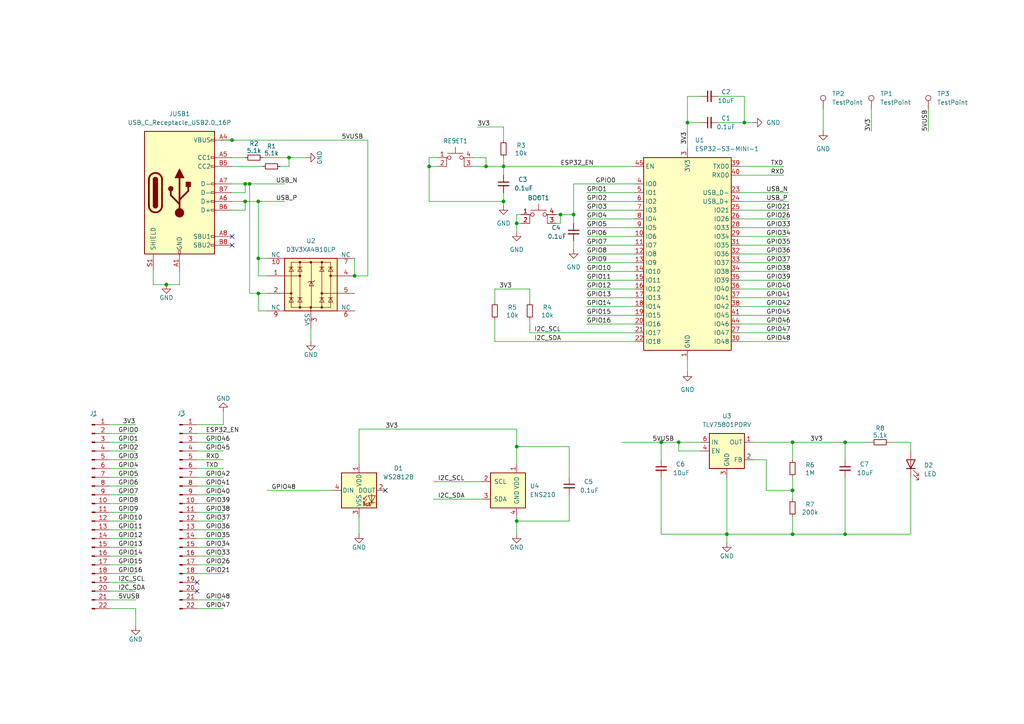
<source format=kicad_sch>
(kicad_sch (version 20250114) (generator "eeschema") (generator_version "9.0")
  (paper "A4")
  (lib_symbols
    (symbol "Connector:Conn_01x22_Pin" (pin_names (offset 1.016) (hide yes))
      (property "Reference" "J" (at 0 27.94 0))
      (property "Value" "Conn_01x22_Pin" (at 0 -30.48 0))
      (symbol "Conn_01x22_Pin_1_1"
        (rectangle (start 0.8636 25.527) (end 0 25.273) (stroke (width 0.1524)) (fill (type outline)))
        (rectangle (start 0.8636 22.987) (end 0 22.733) (stroke (width 0.1524)) (fill (type outline)))
        (rectangle (start 0.8636 20.447) (end 0 20.193) (stroke (width 0.1524)) (fill (type outline)))
        (rectangle (start 0.8636 17.907) (end 0 17.653) (stroke (width 0.1524)) (fill (type outline)))
        (rectangle (start 0.8636 15.367) (end 0 15.113) (stroke (width 0.1524)) (fill (type outline)))
        (rectangle (start 0.8636 12.827) (end 0 12.573) (stroke (width 0.1524)) (fill (type outline)))
        (rectangle (start 0.8636 10.287) (end 0 10.033) (stroke (width 0.1524)) (fill (type outline)))
        (rectangle (start 0.8636 7.747) (end 0 7.493) (stroke (width 0.1524)) (fill (type outline)))
        (rectangle (start 0.8636 5.207) (end 0 4.953) (stroke (width 0.1524)) (fill (type outline)))
        (rectangle (start 0.8636 2.667) (end 0 2.413) (stroke (width 0.1524)) (fill (type outline)))
        (rectangle (start 0.8636 0.127) (end 0 -0.127) (stroke (width 0.1524)) (fill (type outline)))
        (rectangle (start 0.8636 -2.413) (end 0 -2.667) (stroke (width 0.1524)) (fill (type outline)))
        (rectangle (start 0.8636 -4.953) (end 0 -5.207) (stroke (width 0.1524)) (fill (type outline)))
        (rectangle (start 0.8636 -7.493) (end 0 -7.747) (stroke (width 0.1524)) (fill (type outline)))
        (rectangle (start 0.8636 -10.033) (end 0 -10.287) (stroke (width 0.1524)) (fill (type outline)))
        (rectangle (start 0.8636 -12.573) (end 0 -12.827) (stroke (width 0.1524)) (fill (type outline)))
        (rectangle (start 0.8636 -15.113) (end 0 -15.367) (stroke (width 0.1524)) (fill (type outline)))
        (rectangle (start 0.8636 -17.653) (end 0 -17.907) (stroke (width 0.1524)) (fill (type outline)))
        (rectangle (start 0.8636 -20.193) (end 0 -20.447) (stroke (width 0.1524)) (fill (type outline)))
        (rectangle (start 0.8636 -22.733) (end 0 -22.987) (stroke (width 0.1524)) (fill (type outline)))
        (rectangle (start 0.8636 -25.273) (end 0 -25.527) (stroke (width 0.1524)) (fill (type outline)))
        (rectangle (start 0.8636 -27.813) (end 0 -28.067) (stroke (width 0.1524)) (fill (type outline)))
        (polyline (pts (xy 1.27 25.4) (xy 0.8636 25.4)) (stroke (width 0.1524)))
        (polyline (pts (xy 1.27 22.86) (xy 0.8636 22.86)) (stroke (width 0.1524)))
        (polyline (pts (xy 1.27 20.32) (xy 0.8636 20.32)) (stroke (width 0.1524)))
        (polyline (pts (xy 1.27 17.78) (xy 0.8636 17.78)) (stroke (width 0.1524)))
        (polyline (pts (xy 1.27 15.24) (xy 0.8636 15.24)) (stroke (width 0.1524)))
        (polyline (pts (xy 1.27 12.7) (xy 0.8636 12.7)) (stroke (width 0.1524)))
        (polyline (pts (xy 1.27 10.16) (xy 0.8636 10.16)) (stroke (width 0.1524)))
        (polyline (pts (xy 1.27 7.62) (xy 0.8636 7.62)) (stroke (width 0.1524)))
        (polyline (pts (xy 1.27 5.08) (xy 0.8636 5.08)) (stroke (width 0.1524)))
        (polyline (pts (xy 1.27 2.54) (xy 0.8636 2.54)) (stroke (width 0.1524)))
        (polyline (pts (xy 1.27 0) (xy 0.8636 0)) (stroke (width 0.1524)))
        (polyline (pts (xy 1.27 -2.54) (xy 0.8636 -2.54)) (stroke (width 0.1524)))
        (polyline (pts (xy 1.27 -5.08) (xy 0.8636 -5.08)) (stroke (width 0.1524)))
        (polyline (pts (xy 1.27 -7.62) (xy 0.8636 -7.62)) (stroke (width 0.1524)))
        (polyline (pts (xy 1.27 -10.16) (xy 0.8636 -10.16)) (stroke (width 0.1524)))
        (polyline (pts (xy 1.27 -12.7) (xy 0.8636 -12.7)) (stroke (width 0.1524)))
        (polyline (pts (xy 1.27 -15.24) (xy 0.8636 -15.24)) (stroke (width 0.1524)))
        (polyline (pts (xy 1.27 -17.78) (xy 0.8636 -17.78)) (stroke (width 0.1524)))
        (polyline (pts (xy 1.27 -20.32) (xy 0.8636 -20.32)) (stroke (width 0.1524)))
        (polyline (pts (xy 1.27 -22.86) (xy 0.8636 -22.86)) (stroke (width 0.1524)))
        (polyline (pts (xy 1.27 -25.4) (xy 0.8636 -25.4)) (stroke (width 0.1524)))
        (polyline (pts (xy 1.27 -27.94) (xy 0.8636 -27.94)) (stroke (width 0.1524)))
        (pin passive line (at 5.08 25.4 180) (length 3.81) (name "Pin_1") (number "1"))
        (pin passive line (at 5.08 22.86 180) (length 3.81) (name "Pin_2") (number "2"))
        (pin passive line (at 5.08 20.32 180) (length 3.81) (name "Pin_3") (number "3"))
        (pin passive line (at 5.08 17.78 180) (length 3.81) (name "Pin_4") (number "4"))
        (pin passive line (at 5.08 15.24 180) (length 3.81) (name "Pin_5") (number "5"))
        (pin passive line (at 5.08 12.7 180) (length 3.81) (name "Pin_6") (number "6"))
        (pin passive line (at 5.08 10.16 180) (length 3.81) (name "Pin_7") (number "7"))
        (pin passive line (at 5.08 7.62 180) (length 3.81) (name "Pin_8") (number "8"))
        (pin passive line (at 5.08 5.08 180) (length 3.81) (name "Pin_9") (number "9"))
        (pin passive line (at 5.08 2.54 180) (length 3.81) (name "Pin_10") (number "10"))
        (pin passive line (at 5.08 0 180) (length 3.81) (name "Pin_11") (number "11"))
        (pin passive line (at 5.08 -2.54 180) (length 3.81) (name "Pin_12") (number "12"))
        (pin passive line (at 5.08 -5.08 180) (length 3.81) (name "Pin_13") (number "13"))
        (pin passive line (at 5.08 -7.62 180) (length 3.81) (name "Pin_14") (number "14"))
        (pin passive line (at 5.08 -10.16 180) (length 3.81) (name "Pin_15") (number "15"))
        (pin passive line (at 5.08 -12.7 180) (length 3.81) (name "Pin_16") (number "16"))
        (pin passive line (at 5.08 -15.24 180) (length 3.81) (name "Pin_17") (number "17"))
        (pin passive line (at 5.08 -17.78 180) (length 3.81) (name "Pin_18") (number "18"))
        (pin passive line (at 5.08 -20.32 180) (length 3.81) (name "Pin_19") (number "19"))
        (pin passive line (at 5.08 -22.86 180) (length 3.81) (name "Pin_20") (number "20"))
        (pin passive line (at 5.08 -25.4 180) (length 3.81) (name "Pin_21") (number "21"))
        (pin passive line (at 5.08 -27.94 180) (length 3.81) (name "Pin_22") (number "22"))
      )
    )
    (symbol "Connector:TestPoint" (pin_numbers (hide yes)) (pin_names (offset 0.762) (hide yes))
      (property "Reference" "TP" (at 0 6.858 0))
      (property "Value" "TestPoint" (at 0 5.08 0))
      (symbol "TestPoint_0_1"
        (circle (center 0 3.302) (radius 0.762))
      )
      (symbol "TestPoint_1_1"
        (pin passive line (at 0 0 90) (length 2.54) (name "1") (number "1"))
      )
    )
    (symbol "Connector:USB_C_Receptacle_USB2.0_16P" (pin_names (offset 1.016))
      (property "Reference" "J" (at 0 22.225 0))
      (property "Value" "USB_C_Receptacle_USB2.0_16P" (at 0 19.685 0))
      (symbol "USB_C_Receptacle_USB2.0_16P_0_0"
        (rectangle (start -0.254 -17.78) (end 0.254 -16.764))
        (rectangle (start 10.16 15.494) (end 9.144 14.986))
        (rectangle (start 10.16 10.414) (end 9.144 9.906))
        (rectangle (start 10.16 7.874) (end 9.144 7.366))
        (rectangle (start 10.16 2.794) (end 9.144 2.286))
        (rectangle (start 10.16 0.254) (end 9.144 -0.254))
        (rectangle (start 10.16 -2.286) (end 9.144 -2.794))
        (rectangle (start 10.16 -4.826) (end 9.144 -5.334))
        (rectangle (start 10.16 -12.446) (end 9.144 -12.954))
        (rectangle (start 10.16 -14.986) (end 9.144 -15.494))
      )
      (symbol "USB_C_Receptacle_USB2.0_16P_0_1"
        (rectangle (start -10.16 17.78) (end 10.16 -17.78) (stroke (width 0.254)) (fill (type background)))
        (polyline (pts (xy -8.89 -3.81) (xy -8.89 3.81)) (stroke (width 0.508)))
        (rectangle (start -7.62 -3.81) (end -6.35 3.81) (stroke (width 0.254)) (fill (type outline)))
        (arc (start -7.62 3.81) (mid -6.985 4.4423) (end -6.35 3.81) (stroke (width 0.254)))
        (arc (start -7.62 3.81) (mid -6.985 4.4423) (end -6.35 3.81) (stroke (width 0.254)) (fill (type outline)))
        (arc (start -8.89 3.81) (mid -6.985 5.7067) (end -5.08 3.81) (stroke (width 0.508)))
        (arc (start -5.08 -3.81) (mid -6.985 -5.7067) (end -8.89 -3.81) (stroke (width 0.508)))
        (arc (start -6.35 -3.81) (mid -6.985 -4.4423) (end -7.62 -3.81) (stroke (width 0.254)))
        (arc (start -6.35 -3.81) (mid -6.985 -4.4423) (end -7.62 -3.81) (stroke (width 0.254)) (fill (type outline)))
        (polyline (pts (xy -5.08 3.81) (xy -5.08 -3.81)) (stroke (width 0.508)))
        (circle (center -2.54 1.143) (radius 0.635) (stroke (width 0.254)) (fill (type outline)))
        (polyline (pts (xy -1.27 4.318) (xy 0 6.858) (xy 1.27 4.318) (xy -1.27 4.318)) (stroke (width 0.254)) (fill (type outline)))
        (polyline (pts (xy 0 -2.032) (xy 2.54 0.508) (xy 2.54 1.778)) (stroke (width 0.508)))
        (polyline (pts (xy 0 -3.302) (xy -2.54 -0.762) (xy -2.54 0.508)) (stroke (width 0.508)))
        (polyline (pts (xy 0 -5.842) (xy 0 4.318)) (stroke (width 0.508)))
        (circle (center 0 -5.842) (radius 1.27) (fill (type outline)))
        (rectangle (start 1.905 1.778) (end 3.175 3.048) (stroke (width 0.254)) (fill (type outline)))
      )
      (symbol "USB_C_Receptacle_USB2.0_16P_1_1"
        (pin passive line (at -7.62 -22.86 90) (length 5.08) (name "SHIELD") (number "S1"))
        (pin passive line (at 0 -22.86 90) (length 5.08) (name "GND") (number "A1"))
        (pin passive line (at 0 -22.86 90) (length 5.08) (hide yes) (name "GND") (number "A12"))
        (pin passive line (at 0 -22.86 90) (length 5.08) (hide yes) (name "GND") (number "B1"))
        (pin passive line (at 0 -22.86 90) (length 5.08) (hide yes) (name "GND") (number "B12"))
        (pin passive line (at 15.24 15.24 180) (length 5.08) (name "VBUS") (number "A4"))
        (pin passive line (at 15.24 15.24 180) (length 5.08) (hide yes) (name "VBUS") (number "A9"))
        (pin passive line (at 15.24 15.24 180) (length 5.08) (hide yes) (name "VBUS") (number "B4"))
        (pin passive line (at 15.24 15.24 180) (length 5.08) (hide yes) (name "VBUS") (number "B9"))
        (pin bidirectional line (at 15.24 10.16 180) (length 5.08) (name "CC1") (number "A5"))
        (pin bidirectional line (at 15.24 7.62 180) (length 5.08) (name "CC2") (number "B5"))
        (pin bidirectional line (at 15.24 2.54 180) (length 5.08) (name "D-") (number "A7"))
        (pin bidirectional line (at 15.24 0 180) (length 5.08) (name "D-") (number "B7"))
        (pin bidirectional line (at 15.24 -2.54 180) (length 5.08) (name "D+") (number "A6"))
        (pin bidirectional line (at 15.24 -5.08 180) (length 5.08) (name "D+") (number "B6"))
        (pin bidirectional line (at 15.24 -12.7 180) (length 5.08) (name "SBU1") (number "A8"))
        (pin bidirectional line (at 15.24 -15.24 180) (length 5.08) (name "SBU2") (number "B8"))
      )
    )
    (symbol "Device:C_Small" (pin_numbers (hide yes)) (pin_names (offset 0.254) (hide yes))
      (property "Reference" "C" (at 0.254 1.778 0))
      (property "Value" "C_Small" (at 0.254 -2.032 0))
      (symbol "C_Small_0_1"
        (polyline (pts (xy -1.524 0.508) (xy 1.524 0.508)) (stroke (width 0.3048)))
        (polyline (pts (xy -1.524 -0.508) (xy 1.524 -0.508)) (stroke (width 0.3302)))
      )
      (symbol "C_Small_1_1"
        (pin passive line (at 0 2.54 270) (length 2.032) (name "~") (number "1"))
        (pin passive line (at 0 -2.54 90) (length 2.032) (name "~") (number "2"))
      )
    )
    (symbol "Device:LED" (pin_numbers (hide yes)) (pin_names (offset 1.016) (hide yes))
      (property "Reference" "D" (at 0 2.54 0))
      (property "Value" "LED" (at 0 -2.54 0))
      (symbol "LED_0_1"
        (polyline (pts (xy -3.048 -0.762) (xy -4.572 -2.286) (xy -3.81 -2.286) (xy -4.572 -2.286) (xy -4.572 -1.524)))
        (polyline (pts (xy -1.778 -0.762) (xy -3.302 -2.286) (xy -2.54 -2.286) (xy -3.302 -2.286) (xy -3.302 -1.524)))
        (polyline (pts (xy -1.27 0) (xy 1.27 0)))
        (polyline (pts (xy -1.27 -1.27) (xy -1.27 1.27)) (stroke (width 0.254)))
        (polyline (pts (xy 1.27 -1.27) (xy 1.27 1.27) (xy -1.27 0) (xy 1.27 -1.27)) (stroke (width 0.254)))
      )
      (symbol "LED_1_1"
        (pin passive line (at -3.81 0 0) (length 2.54) (name "K") (number "1"))
        (pin passive line (at 3.81 0 180) (length 2.54) (name "A") (number "2"))
      )
    )
    (symbol "Device:R_Small" (pin_numbers (hide yes)) (pin_names (offset 0.254) (hide yes))
      (property "Reference" "R" (at 0.762 0.508 0))
      (property "Value" "R_Small" (at 0.762 -1.016 0))
      (symbol "R_Small_0_1"
        (rectangle (start -0.762 1.778) (end 0.762 -1.778) (stroke (width 0.2032)))
      )
      (symbol "R_Small_1_1"
        (pin passive line (at 0 2.54 270) (length 0.762) (name "~") (number "1"))
        (pin passive line (at 0 -2.54 90) (length 0.762) (name "~") (number "2"))
      )
    )
    (symbol "LED:WS2812B" (pin_names (offset 0.254))
      (property "Reference" "D" (at 5.08 5.715 0))
      (property "Value" "WS2812B" (at 1.27 -5.715 0))
      (symbol "WS2812B_0_0"
        (text "RGB" (at 2.286 -4.191 0) (effects (font (size 0.762 0.762))))
      )
      (symbol "WS2812B_0_1"
        (polyline (pts (xy 1.27 -2.54) (xy 1.778 -2.54)))
        (polyline (pts (xy 1.27 -3.556) (xy 1.778 -3.556)))
        (polyline (pts (xy 2.286 -1.524) (xy 1.27 -2.54) (xy 1.27 -2.032)))
        (polyline (pts (xy 2.286 -2.54) (xy 1.27 -3.556) (xy 1.27 -3.048)))
        (polyline (pts (xy 3.683 -1.016) (xy 3.683 -3.556) (xy 3.683 -4.064)))
        (polyline (pts (xy 4.699 -1.524) (xy 2.667 -1.524) (xy 3.683 -3.556) (xy 4.699 -1.524)))
        (polyline (pts (xy 4.699 -3.556) (xy 2.667 -3.556)))
        (rectangle (start 5.08 5.08) (end -5.08 -5.08) (stroke (width 0.254)) (fill (type background)))
      )
      (symbol "WS2812B_1_1"
        (pin input line (at -7.62 0 0) (length 2.54) (name "DIN") (number "4"))
        (pin power_in line (at 0 7.62 270) (length 2.54) (name "VDD") (number "1"))
        (pin power_in line (at 0 -7.62 90) (length 2.54) (name "VSS") (number "3"))
        (pin output line (at 7.62 0 180) (length 2.54) (name "DOUT") (number "2"))
      )
    )
    (symbol "Power_Protection:D3V3XA4B10LP" (pin_names (offset 0))
      (property "Reference" "U" (at -0.635 8.89 0))
      (property "Value" "D3V3XA4B10LP" (at 8.89 -10.16 0))
      (symbol "D3V3XA4B10LP_0_0"
        (rectangle (start -5.715 6.477) (end 5.715 -6.604))
        (polyline (pts (xy -3.175 -6.604) (xy -3.175 6.477)))
        (polyline (pts (xy 0.127 6.477) (xy 0.127 -6.604)))
        (polyline (pts (xy 3.175 6.477) (xy 3.175 -6.604)))
      )
      (symbol "D3V3XA4B10LP_0_1"
        (polyline (pts (xy -7.747 2.54) (xy -3.175 2.54)))
        (rectangle (start -7.62 7.62) (end 7.62 -7.62) (stroke (width 0.254)) (fill (type background)))
        (polyline (pts (xy -7.62 -2.54) (xy -5.715 -2.54)))
        (circle (center -5.715 -2.54) (radius 0.2794) (fill (type outline)))
        (polyline (pts (xy -5.08 5.08) (xy -6.35 5.08)))
        (polyline (pts (xy -5.08 3.81) (xy -6.35 3.81) (xy -5.715 5.08) (xy -5.08 3.81)))
        (polyline (pts (xy -5.08 -3.81) (xy -6.35 -3.81)))
        (polyline (pts (xy -5.08 -5.08) (xy -6.35 -5.08) (xy -5.715 -3.81) (xy -5.08 -5.08)))
        (circle (center -3.175 6.477) (radius 0.2794) (fill (type outline)))
        (circle (center -3.175 2.54) (radius 0.2794) (fill (type outline)))
        (circle (center -3.175 -6.604) (radius 0.2794) (fill (type outline)))
        (polyline (pts (xy -2.54 5.08) (xy -3.81 5.08)))
        (polyline (pts (xy -2.54 3.81) (xy -3.81 3.81) (xy -3.175 5.08) (xy -2.54 3.81)))
        (polyline (pts (xy -2.54 -3.81) (xy -3.81 -3.81)))
        (polyline (pts (xy -2.54 -5.08) (xy -3.81 -5.08) (xy -3.175 -3.81) (xy -2.54 -5.08)))
        (polyline (pts (xy -0.508 0.889) (xy -0.889 0.635)))
        (circle (center 0 6.477) (radius 0.2794) (fill (type outline)))
        (polyline (pts (xy 0 -6.604) (xy 0 -7.62)))
        (circle (center 0 -6.604) (radius 0.2794) (fill (type outline)))
        (polyline (pts (xy 0.762 0.889) (xy -0.508 0.889)))
        (polyline (pts (xy 0.762 0.889) (xy 1.143 1.143)))
        (polyline (pts (xy 0.762 -0.381) (xy -0.508 -0.381) (xy 0.127 0.889) (xy 0.762 -0.381)))
        (circle (center 3.175 6.477) (radius 0.2794) (fill (type outline)))
        (circle (center 3.175 -2.54) (radius 0.2794) (fill (type outline)))
        (circle (center 3.175 -6.604) (radius 0.2794) (fill (type outline)))
        (polyline (pts (xy 3.81 5.08) (xy 2.54 5.08)))
        (polyline (pts (xy 3.81 3.81) (xy 2.54 3.81) (xy 3.175 5.08) (xy 3.81 3.81)))
        (polyline (pts (xy 3.81 -3.81) (xy 2.54 -3.81)))
        (polyline (pts (xy 3.81 -5.08) (xy 2.54 -5.08) (xy 3.175 -3.81) (xy 3.81 -5.08)))
        (circle (center 5.715 2.54) (radius 0.2794) (fill (type outline)))
        (polyline (pts (xy 6.35 5.08) (xy 5.08 5.08)))
        (polyline (pts (xy 6.35 3.81) (xy 5.08 3.81) (xy 5.715 5.08) (xy 6.35 3.81)))
        (polyline (pts (xy 6.35 -3.81) (xy 5.08 -3.81)))
        (polyline (pts (xy 6.35 -5.08) (xy 5.08 -5.08) (xy 5.715 -3.81) (xy 6.35 -5.08)))
        (polyline (pts (xy 7.62 2.54) (xy 5.715 2.54)))
        (polyline (pts (xy 7.62 -2.54) (xy 3.175 -2.54)))
      )
      (symbol "D3V3XA4B10LP_1_1"
        (pin free line (at -12.7 7.62 0) (length 5.08) (name "NC") (number "10"))
        (pin passive line (at -12.7 2.54 0) (length 5.08) (name "~") (number "1"))
        (pin passive line (at -12.7 -2.54 0) (length 5.08) (name "~") (number "2"))
        (pin free line (at -12.7 -7.62 0) (length 5.08) (name "NC") (number "9"))
        (pin power_in line (at 0 -12.7 90) (length 5.08) (name "VSS") (number "3"))
        (pin passive line (at 0 -12.7 90) (length 5.08) (hide yes) (name "VSS") (number "8"))
        (pin free line (at 12.7 7.62 180) (length 5.08) (name "NC") (number "7"))
        (pin passive line (at 12.7 2.54 180) (length 5.08) (name "~") (number "4"))
        (pin passive line (at 12.7 -2.54 180) (length 5.08) (name "~") (number "5"))
        (pin free line (at 12.7 -7.62 180) (length 5.08) (name "NC") (number "6"))
      )
    )
    (symbol "RF_Module:ESP32-S3-MINI-1"
      (property "Reference" "U" (at -11.43 29.21 0))
      (property "Value" "ESP32-S3-MINI-1" (at 12.7 29.21 0))
      (symbol "ESP32-S3-MINI-1_0_1"
        (rectangle (start -12.7 27.94) (end 12.7 -27.94) (stroke (width 0.254)) (fill (type background)))
      )
      (symbol "ESP32-S3-MINI-1_1_1"
        (pin input line (at -15.24 25.4 0) (length 2.54) (name "EN") (number "45"))
        (pin bidirectional line (at -15.24 20.32 0) (length 2.54) (name "IO0") (number "4"))
        (pin bidirectional line (at -15.24 17.78 0) (length 2.54) (name "IO1") (number "5"))
        (pin bidirectional line (at -15.24 15.24 0) (length 2.54) (name "IO2") (number "6"))
        (pin bidirectional line (at -15.24 12.7 0) (length 2.54) (name "IO3") (number "7"))
        (pin bidirectional line (at -15.24 10.16 0) (length 2.54) (name "IO4") (number "8"))
        (pin bidirectional line (at -15.24 7.62 0) (length 2.54) (name "IO5") (number "9"))
        (pin bidirectional line (at -15.24 5.08 0) (length 2.54) (name "IO6") (number "10"))
        (pin bidirectional line (at -15.24 2.54 0) (length 2.54) (name "IO7") (number "11"))
        (pin bidirectional line (at -15.24 0 0) (length 2.54) (name "IO8") (number "12"))
        (pin bidirectional line (at -15.24 -2.54 0) (length 2.54) (name "IO9") (number "13"))
        (pin bidirectional line (at -15.24 -5.08 0) (length 2.54) (name "IO10") (number "14"))
        (pin bidirectional line (at -15.24 -7.62 0) (length 2.54) (name "IO11") (number "15"))
        (pin bidirectional line (at -15.24 -10.16 0) (length 2.54) (name "IO12") (number "16"))
        (pin bidirectional line (at -15.24 -12.7 0) (length 2.54) (name "IO13") (number "17"))
        (pin bidirectional line (at -15.24 -15.24 0) (length 2.54) (name "IO14") (number "18"))
        (pin bidirectional line (at -15.24 -17.78 0) (length 2.54) (name "IO15") (number "19"))
        (pin bidirectional line (at -15.24 -20.32 0) (length 2.54) (name "IO16") (number "20"))
        (pin bidirectional line (at -15.24 -22.86 0) (length 2.54) (name "IO17") (number "21"))
        (pin bidirectional line (at -15.24 -25.4 0) (length 2.54) (name "IO18") (number "22"))
        (pin power_in line (at 0 30.48 270) (length 2.54) (name "3V3") (number "3"))
        (pin power_in line (at 0 -30.48 90) (length 2.54) (name "GND") (number "1"))
        (pin passive line (at 0 -30.48 90) (length 2.54) (hide yes) (name "GND") (number "2"))
        (pin passive line (at 0 -30.48 90) (length 2.54) (hide yes) (name "GND") (number "42"))
        (pin passive line (at 0 -30.48 90) (length 2.54) (hide yes) (name "GND") (number "43"))
        (pin passive line (at 0 -30.48 90) (length 2.54) (hide yes) (name "GND") (number "46"))
        (pin passive line (at 0 -30.48 90) (length 2.54) (hide yes) (name "GND") (number "47"))
        (pin passive line (at 0 -30.48 90) (length 2.54) (hide yes) (name "GND") (number "48"))
        (pin passive line (at 0 -30.48 90) (length 2.54) (hide yes) (name "GND") (number "49"))
        (pin passive line (at 0 -30.48 90) (length 2.54) (hide yes) (name "GND") (number "50"))
        (pin passive line (at 0 -30.48 90) (length 2.54) (hide yes) (name "GND") (number "51"))
        (pin passive line (at 0 -30.48 90) (length 2.54) (hide yes) (name "GND") (number "52"))
        (pin passive line (at 0 -30.48 90) (length 2.54) (hide yes) (name "GND") (number "53"))
        (pin passive line (at 0 -30.48 90) (length 2.54) (hide yes) (name "GND") (number "54"))
        (pin passive line (at 0 -30.48 90) (length 2.54) (hide yes) (name "GND") (number "55"))
        (pin passive line (at 0 -30.48 90) (length 2.54) (hide yes) (name "GND") (number "56"))
        (pin passive line (at 0 -30.48 90) (length 2.54) (hide yes) (name "GND") (number "57"))
        (pin passive line (at 0 -30.48 90) (length 2.54) (hide yes) (name "GND") (number "58"))
        (pin passive line (at 0 -30.48 90) (length 2.54) (hide yes) (name "GND") (number "59"))
        (pin passive line (at 0 -30.48 90) (length 2.54) (hide yes) (name "GND") (number "60"))
        (pin passive line (at 0 -30.48 90) (length 2.54) (hide yes) (name "GND") (number "61"))
        (pin passive line (at 0 -30.48 90) (length 2.54) (hide yes) (name "GND") (number "62"))
        (pin passive line (at 0 -30.48 90) (length 2.54) (hide yes) (name "GND") (number "63"))
        (pin passive line (at 0 -30.48 90) (length 2.54) (hide yes) (name "GND") (number "64"))
        (pin passive line (at 0 -30.48 90) (length 2.54) (hide yes) (name "GND") (number "65"))
        (pin bidirectional line (at 15.24 25.4 180) (length 2.54) (name "TXD0") (number "39"))
        (pin bidirectional line (at 15.24 22.86 180) (length 2.54) (name "RXD0") (number "40"))
        (pin bidirectional line (at 15.24 17.78 180) (length 2.54) (name "USB_D-") (number "23"))
        (pin bidirectional line (at 15.24 15.24 180) (length 2.54) (name "USB_D+") (number "24"))
        (pin bidirectional line (at 15.24 12.7 180) (length 2.54) (name "IO21") (number "25"))
        (pin bidirectional line (at 15.24 10.16 180) (length 2.54) (name "IO26") (number "26"))
        (pin bidirectional line (at 15.24 7.62 180) (length 2.54) (name "IO33") (number "28"))
        (pin bidirectional line (at 15.24 5.08 180) (length 2.54) (name "IO34") (number "29"))
        (pin bidirectional line (at 15.24 2.54 180) (length 2.54) (name "IO35") (number "31"))
        (pin bidirectional line (at 15.24 0 180) (length 2.54) (name "IO36") (number "32"))
        (pin bidirectional line (at 15.24 -2.54 180) (length 2.54) (name "IO37") (number "33"))
        (pin bidirectional line (at 15.24 -5.08 180) (length 2.54) (name "IO38") (number "34"))
        (pin bidirectional line (at 15.24 -7.62 180) (length 2.54) (name "IO39") (number "35"))
        (pin bidirectional line (at 15.24 -10.16 180) (length 2.54) (name "IO40") (number "36"))
        (pin bidirectional line (at 15.24 -12.7 180) (length 2.54) (name "IO41") (number "37"))
        (pin bidirectional line (at 15.24 -15.24 180) (length 2.54) (name "IO42") (number "38"))
        (pin bidirectional line (at 15.24 -17.78 180) (length 2.54) (name "IO45") (number "41"))
        (pin bidirectional line (at 15.24 -20.32 180) (length 2.54) (name "IO46") (number "44"))
        (pin bidirectional line (at 15.24 -22.86 180) (length 2.54) (name "IO47") (number "27"))
        (pin bidirectional line (at 15.24 -25.4 180) (length 2.54) (name "IO48") (number "30"))
      )
    )
    (symbol "Regulator_Linear:TLV75801PDRV"
      (property "Reference" "U" (at -3.81 6.35 0))
      (property "Value" "TLV75801PDRV" (at 0 6.35 0))
      (symbol "TLV75801PDRV_0_1"
        (rectangle (start 5.08 -5.08) (end -5.08 5.08) (stroke (width 0.254)) (fill (type background)))
      )
      (symbol "TLV75801PDRV_1_1"
        (pin power_in line (at -7.62 2.54 0) (length 2.54) (name "IN") (number "6"))
        (pin input line (at -7.62 0 0) (length 2.54) (name "EN") (number "4"))
        (pin power_in line (at 0 -7.62 90) (length 2.54) (name "GND") (number "3"))
        (pin passive line (at 0 -7.62 90) (length 2.54) (hide yes) (name "GND") (number "7"))
        (pin no_connect line (at 5.08 0 180) (length 2.54) (hide yes) (name "DNC") (number "5"))
        (pin power_out line (at 7.62 2.54 180) (length 2.54) (name "OUT") (number "1"))
        (pin input line (at 7.62 -2.54 180) (length 2.54) (name "FB") (number "2"))
      )
    )
    (symbol "Sensor_Humidity:ENS210" (pin_names (offset 1.016))
      (property "Reference" "U" (at -7.62 10.16 0))
      (property "Value" "ENS210" (at -7.62 7.62 0))
      (symbol "ENS210_0_1"
        (rectangle (start -5.08 5.08) (end 5.08 -5.08) (stroke (width 0.254)) (fill (type background)))
      )
      (symbol "ENS210_1_1"
        (pin input line (at -7.62 2.54 0) (length 2.54) (name "SCL") (number "2"))
        (pin bidirectional line (at -7.62 -2.54 0) (length 2.54) (name "SDA") (number "3"))
        (pin power_in line (at 2.54 7.62 270) (length 2.54) (name "VDD") (number "1"))
        (pin power_in line (at 2.54 -7.62 90) (length 2.54) (name "GND") (number "4"))
        (pin passive line (at 2.54 -7.62 90) (length 2.54) (hide yes) (name "GND") (number "5"))
      )
    )
    (symbol "Switch:SW_MEC_5E" (pin_names (offset 1.016) (hide yes))
      (property "Reference" "SW" (at 0.635 5.715 0))
      (property "Value" "SW_MEC_5E" (at 0 -3.175 0))
      (symbol "SW_MEC_5E_0_1"
        (polyline (pts (xy -2.54 0) (xy -2.54 2.54) (xy -2.286 2.54)))
        (polyline (pts (xy -2.286 3.81) (xy 2.286 3.81)))
        (circle (center -1.778 2.54) (radius 0.508))
        (polyline (pts (xy 0 3.81) (xy 0 5.588)))
        (circle (center 1.778 2.54) (radius 0.508))
        (polyline (pts (xy 2.54 0) (xy 2.54 2.54) (xy 2.286 2.54)))
        (pin passive line (at -5.08 2.54 0) (length 2.54) (name "1") (number "1"))
        (pin passive line (at -5.08 0 0) (length 2.54) (name "2") (number "2"))
        (pin passive line (at 5.08 2.54 180) (length 2.54) (name "A") (number "4"))
        (pin passive line (at 5.08 0 180) (length 2.54) (name "K") (number "3"))
      )
    )
    (symbol "power:GND" (power) (pin_numbers (hide yes)) (pin_names (offset 0) (hide yes))
      (property "Value" "GND" (at 0 -3.81 0))
      (symbol "GND_0_1"
        (polyline (pts (xy 0 0) (xy 0 -1.27) (xy 1.27 -1.27) (xy 0 -2.54) (xy -1.27 -1.27) (xy 0 -1.27)))
      )
      (symbol "GND_1_1"
        (pin power_in line (at 0 0 270) (length 0) (name "~") (number "1"))
      )
    )
  )
  (junction (at 166.37 62.23))
  (junction (at 71.12 58.42))
  (junction (at 196.85 128.27))
  (junction (at 74.93 74.93))
  (junction (at 48.26 82.55))
  (junction (at 245.11 128.27))
  (junction (at 191.77 128.27))
  (junction (at 102.87 80.01))
  (junction (at 140.97 48.26))
  (junction (at 210.82 154.94))
  (junction (at 229.87 128.27))
  (junction (at 67.31 40.64))
  (junction (at 149.86 64.77))
  (junction (at 74.93 85.09))
  (junction (at 83.82 45.72))
  (junction (at 124.46 48.26))
  (junction (at 215.9 35.56))
  (junction (at 72.39 53.34))
  (junction (at 162.56 62.23))
  (junction (at 71.12 53.34))
  (junction (at 74.93 58.42))
  (junction (at 149.86 129.54))
  (junction (at 146.05 58.42))
  (junction (at 229.87 154.94))
  (junction (at 146.05 48.26))
  (junction (at 149.86 151.13))
  (junction (at 245.11 154.94))
  (junction (at 229.87 142.24))
  (junction (at 199.39 35.56))
  (no_connect (at 57.15 168.91))
  (no_connect (at 67.31 71.12))
  (no_connect (at 111.76 142.24))
  (no_connect (at 57.15 171.45))
  (no_connect (at 67.31 68.58))
  (wire (pts (xy 74.93 74.93) (xy 77.47 74.93)))
  (wire (pts (xy 140.97 48.26) (xy 146.05 48.26)))
  (wire (pts (xy 31.75 140.97) (xy 39.37 140.97)))
  (wire (pts (xy 31.75 148.59) (xy 39.37 148.59)))
  (wire (pts (xy 143.51 83.82) (xy 153.67 83.82)))
  (wire (pts (xy 214.63 91.44) (xy 228.6 91.44)))
  (wire (pts (xy 31.75 173.99) (xy 39.37 173.99)))
  (wire (pts (xy 264.16 154.94) (xy 245.11 154.94)))
  (wire (pts (xy 31.75 156.21) (xy 39.37 156.21)))
  (wire (pts (xy 31.75 123.19) (xy 39.37 123.19)))
  (wire (pts (xy 57.15 125.73) (xy 64.77 125.73)))
  (wire (pts (xy 191.77 154.94) (xy 210.82 154.94)))
  (wire (pts (xy 214.63 50.8) (xy 227.33 50.8)))
  (wire (pts (xy 210.82 138.43) (xy 210.82 154.94)))
  (wire (pts (xy 102.87 80.01) (xy 106.68 80.01)))
  (wire (pts (xy 214.63 68.58) (xy 228.6 68.58)))
  (wire (pts (xy 146.05 48.26) (xy 184.15 48.26)))
  (wire (pts (xy 210.82 154.94) (xy 210.82 157.48)))
  (wire (pts (xy 161.29 64.77) (xy 162.56 64.77)))
  (wire (pts (xy 52.07 78.74) (xy 52.07 82.55)))
  (wire (pts (xy 214.63 71.12) (xy 228.6 71.12)))
  (wire (pts (xy 199.39 35.56) (xy 203.2 35.56)))
  (wire (pts (xy 57.15 123.19) (xy 64.77 123.19)))
  (wire (pts (xy 196.85 130.81) (xy 196.85 128.27)))
  (wire (pts (xy 214.63 83.82) (xy 228.6 83.82)))
  (wire (pts (xy 63.5 40.64) (xy 67.31 40.64)))
  (wire (pts (xy 214.63 78.74) (xy 228.6 78.74)))
  (wire (pts (xy 31.75 138.43) (xy 39.37 138.43)))
  (wire (pts (xy 214.63 81.28) (xy 228.6 81.28)))
  (wire (pts (xy 67.31 53.34) (xy 71.12 53.34)))
  (wire (pts (xy 74.93 74.93) (xy 74.93 80.01)))
  (wire (pts (xy 161.29 62.23) (xy 162.56 62.23)))
  (wire (pts (xy 77.47 85.09) (xy 74.93 85.09)))
  (wire (pts (xy 74.93 85.09) (xy 72.39 85.09)))
  (wire (pts (xy 57.15 146.05) (xy 64.77 146.05)))
  (wire (pts (xy 124.46 48.26) (xy 127 48.26)))
  (wire (pts (xy 138.43 36.83) (xy 146.05 36.83)))
  (wire (pts (xy 31.75 143.51) (xy 39.37 143.51)))
  (wire (pts (xy 214.63 86.36) (xy 228.6 86.36)))
  (wire (pts (xy 170.18 76.2) (xy 184.15 76.2)))
  (wire (pts (xy 214.63 55.88) (xy 228.6 55.88)))
  (wire (pts (xy 57.15 151.13) (xy 64.77 151.13)))
  (wire (pts (xy 170.18 73.66) (xy 184.15 73.66)))
  (wire (pts (xy 252.73 31.75) (xy 252.73 38.1)))
  (wire (pts (xy 214.63 73.66) (xy 228.6 73.66)))
  (wire (pts (xy 31.75 168.91) (xy 39.37 168.91)))
  (wire (pts (xy 57.15 176.53) (xy 64.77 176.53)))
  (wire (pts (xy 191.77 138.43) (xy 191.77 154.94)))
  (wire (pts (xy 162.56 62.23) (xy 162.56 64.77)))
  (wire (pts (xy 57.15 138.43) (xy 64.77 138.43)))
  (wire (pts (xy 264.16 128.27) (xy 264.16 130.81)))
  (wire (pts (xy 170.18 68.58) (xy 184.15 68.58)))
  (wire (pts (xy 31.75 158.75) (xy 39.37 158.75)))
  (wire (pts (xy 104.14 134.62) (xy 104.14 124.46)))
  (wire (pts (xy 57.15 166.37) (xy 64.77 166.37)))
  (wire (pts (xy 170.18 58.42) (xy 184.15 58.42)))
  (wire (pts (xy 229.87 128.27) (xy 245.11 128.27)))
  (wire (pts (xy 143.51 92.71) (xy 143.51 99.06)))
  (wire (pts (xy 199.39 43.18) (xy 199.39 35.56)))
  (wire (pts (xy 257.81 128.27) (xy 264.16 128.27)))
  (wire (pts (xy 229.87 154.94) (xy 245.11 154.94)))
  (wire (pts (xy 31.75 171.45) (xy 39.37 171.45)))
  (wire (pts (xy 170.18 93.98) (xy 184.15 93.98)))
  (wire (pts (xy 74.93 85.09) (xy 74.93 90.17)))
  (wire (pts (xy 31.75 153.67) (xy 39.37 153.67)))
  (wire (pts (xy 165.1 143.51) (xy 165.1 151.13)))
  (wire (pts (xy 67.31 40.64) (xy 106.68 40.64)))
  (wire (pts (xy 31.75 146.05) (xy 39.37 146.05)))
  (wire (pts (xy 153.67 96.52) (xy 184.15 96.52)))
  (wire (pts (xy 215.9 27.94) (xy 215.9 35.56)))
  (wire (pts (xy 214.63 48.26) (xy 227.33 48.26)))
  (wire (pts (xy 72.39 85.09) (xy 72.39 53.34)))
  (wire (pts (xy 199.39 27.94) (xy 203.2 27.94)))
  (wire (pts (xy 127 45.72) (xy 124.46 45.72)))
  (wire (pts (xy 146.05 55.88) (xy 146.05 58.42)))
  (wire (pts (xy 57.15 148.59) (xy 64.77 148.59)))
  (wire (pts (xy 238.76 31.75) (xy 238.76 38.1)))
  (wire (pts (xy 67.31 60.96) (xy 71.12 60.96)))
  (wire (pts (xy 137.16 45.72) (xy 140.97 45.72)))
  (wire (pts (xy 76.2 45.72) (xy 83.82 45.72)))
  (wire (pts (xy 170.18 66.04) (xy 184.15 66.04)))
  (wire (pts (xy 214.63 66.04) (xy 228.6 66.04)))
  (wire (pts (xy 31.75 166.37) (xy 39.37 166.37)))
  (wire (pts (xy 180.34 128.27) (xy 191.77 128.27)))
  (wire (pts (xy 196.85 128.27) (xy 203.2 128.27)))
  (wire (pts (xy 57.15 130.81) (xy 64.77 130.81)))
  (wire (pts (xy 208.28 35.56) (xy 215.9 35.56)))
  (wire (pts (xy 77.47 90.17) (xy 74.93 90.17)))
  (wire (pts (xy 57.15 158.75) (xy 64.77 158.75)))
  (wire (pts (xy 170.18 83.82) (xy 184.15 83.82)))
  (wire (pts (xy 31.75 176.53) (xy 39.37 176.53)))
  (wire (pts (xy 170.18 88.9) (xy 184.15 88.9)))
  (wire (pts (xy 199.39 35.56) (xy 199.39 27.94)))
  (wire (pts (xy 31.75 125.73) (xy 39.37 125.73)))
  (wire (pts (xy 170.18 60.96) (xy 184.15 60.96)))
  (wire (pts (xy 166.37 72.39) (xy 166.37 69.85)))
  (wire (pts (xy 137.16 48.26) (xy 140.97 48.26)))
  (wire (pts (xy 149.86 124.46) (xy 149.86 129.54)))
  (wire (pts (xy 149.86 129.54) (xy 149.86 134.62)))
  (wire (pts (xy 83.82 45.72) (xy 83.82 48.26)))
  (wire (pts (xy 214.63 58.42) (xy 228.6 58.42)))
  (wire (pts (xy 143.51 99.06) (xy 184.15 99.06)))
  (wire (pts (xy 106.68 80.01) (xy 106.68 40.64)))
  (wire (pts (xy 203.2 130.81) (xy 196.85 130.81)))
  (wire (pts (xy 229.87 128.27) (xy 229.87 133.35)))
  (wire (pts (xy 71.12 58.42) (xy 71.12 60.96)))
  (wire (pts (xy 143.51 87.63) (xy 143.51 83.82)))
  (wire (pts (xy 149.86 64.77) (xy 149.86 62.23)))
  (wire (pts (xy 67.31 58.42) (xy 71.12 58.42)))
  (wire (pts (xy 31.75 130.81) (xy 39.37 130.81)))
  (wire (pts (xy 57.15 153.67) (xy 64.77 153.67)))
  (wire (pts (xy 72.39 53.34) (xy 82.55 53.34)))
  (wire (pts (xy 208.28 27.94) (xy 215.9 27.94)))
  (wire (pts (xy 102.87 74.93) (xy 102.87 80.01)))
  (wire (pts (xy 218.44 133.35) (xy 222.25 133.35)))
  (wire (pts (xy 269.24 31.75) (xy 269.24 38.1)))
  (wire (pts (xy 146.05 58.42) (xy 146.05 59.69)))
  (wire (pts (xy 83.82 45.72) (xy 88.9 45.72)))
  (wire (pts (xy 149.86 151.13) (xy 149.86 154.94)))
  (wire (pts (xy 67.31 45.72) (xy 71.12 45.72)))
  (wire (pts (xy 153.67 83.82) (xy 153.67 87.63)))
  (wire (pts (xy 214.63 99.06) (xy 228.6 99.06)))
  (wire (pts (xy 77.47 80.01) (xy 74.93 80.01)))
  (wire (pts (xy 191.77 128.27) (xy 196.85 128.27)))
  (wire (pts (xy 229.87 142.24) (xy 229.87 144.78)))
  (wire (pts (xy 31.75 133.35) (xy 39.37 133.35)))
  (wire (pts (xy 90.17 95.25) (xy 90.17 99.06)))
  (wire (pts (xy 74.93 58.42) (xy 74.93 74.93)))
  (wire (pts (xy 31.75 151.13) (xy 39.37 151.13)))
  (wire (pts (xy 170.18 86.36) (xy 184.15 86.36)))
  (wire (pts (xy 57.15 163.83) (xy 64.77 163.83)))
  (wire (pts (xy 31.75 128.27) (xy 39.37 128.27)))
  (wire (pts (xy 67.31 55.88) (xy 71.12 55.88)))
  (wire (pts (xy 170.18 81.28) (xy 184.15 81.28)))
  (wire (pts (xy 245.11 138.43) (xy 245.11 154.94)))
  (wire (pts (xy 71.12 58.42) (xy 74.93 58.42)))
  (wire (pts (xy 77.47 142.24) (xy 96.52 142.24)))
  (wire (pts (xy 245.11 133.35) (xy 245.11 128.27)))
  (wire (pts (xy 222.25 142.24) (xy 229.87 142.24)))
  (wire (pts (xy 124.46 58.42) (xy 146.05 58.42)))
  (wire (pts (xy 214.63 93.98) (xy 228.6 93.98)))
  (wire (pts (xy 170.18 71.12) (xy 184.15 71.12)))
  (wire (pts (xy 57.15 161.29) (xy 64.77 161.29)))
  (wire (pts (xy 146.05 36.83) (xy 146.05 40.64)))
  (wire (pts (xy 165.1 138.43) (xy 165.1 129.54)))
  (wire (pts (xy 218.44 128.27) (xy 229.87 128.27)))
  (wire (pts (xy 146.05 48.26) (xy 146.05 50.8)))
  (wire (pts (xy 215.9 35.56) (xy 218.44 35.56)))
  (wire (pts (xy 199.39 104.14) (xy 199.39 107.95)))
  (wire (pts (xy 44.45 82.55) (xy 48.26 82.55)))
  (wire (pts (xy 170.18 78.74) (xy 184.15 78.74)))
  (wire (pts (xy 245.11 128.27) (xy 252.73 128.27)))
  (wire (pts (xy 57.15 133.35) (xy 64.77 133.35)))
  (wire (pts (xy 81.28 48.26) (xy 83.82 48.26)))
  (wire (pts (xy 57.15 156.21) (xy 64.77 156.21)))
  (wire (pts (xy 214.63 60.96) (xy 228.6 60.96)))
  (wire (pts (xy 210.82 154.94) (xy 229.87 154.94)))
  (wire (pts (xy 149.86 62.23) (xy 151.13 62.23)))
  (wire (pts (xy 170.18 55.88) (xy 184.15 55.88)))
  (wire (pts (xy 71.12 53.34) (xy 71.12 55.88)))
  (wire (pts (xy 151.13 64.77) (xy 149.86 64.77)))
  (wire (pts (xy 229.87 138.43) (xy 229.87 142.24)))
  (wire (pts (xy 153.67 92.71) (xy 153.67 96.52)))
  (wire (pts (xy 149.86 151.13) (xy 165.1 151.13)))
  (wire (pts (xy 57.15 173.99) (xy 64.77 173.99)))
  (wire (pts (xy 64.77 119.38) (xy 64.77 123.19)))
  (wire (pts (xy 57.15 140.97) (xy 64.77 140.97)))
  (wire (pts (xy 104.14 149.86) (xy 104.14 154.94)))
  (wire (pts (xy 140.97 45.72) (xy 140.97 48.26)))
  (wire (pts (xy 191.77 128.27) (xy 191.77 133.35)))
  (wire (pts (xy 39.37 176.53) (xy 39.37 181.61)))
  (wire (pts (xy 31.75 135.89) (xy 39.37 135.89)))
  (wire (pts (xy 214.63 88.9) (xy 228.6 88.9)))
  (wire (pts (xy 57.15 128.27) (xy 64.77 128.27)))
  (wire (pts (xy 57.15 143.51) (xy 64.77 143.51)))
  (wire (pts (xy 166.37 53.34) (xy 184.15 53.34)))
  (wire (pts (xy 214.63 76.2) (xy 228.6 76.2)))
  (wire (pts (xy 125.73 144.78) (xy 139.7 144.78)))
  (wire (pts (xy 170.18 63.5) (xy 184.15 63.5)))
  (wire (pts (xy 149.86 129.54) (xy 165.1 129.54)))
  (wire (pts (xy 125.73 139.7) (xy 139.7 139.7)))
  (wire (pts (xy 104.14 124.46) (xy 149.86 124.46)))
  (wire (pts (xy 57.15 135.89) (xy 64.77 135.89)))
  (wire (pts (xy 149.86 149.86) (xy 149.86 151.13)))
  (wire (pts (xy 124.46 48.26) (xy 124.46 58.42)))
  (wire (pts (xy 31.75 161.29) (xy 39.37 161.29)))
  (wire (pts (xy 76.2 48.26) (xy 67.31 48.26)))
  (wire (pts (xy 170.18 91.44) (xy 184.15 91.44)))
  (wire (pts (xy 146.05 45.72) (xy 146.05 48.26)))
  (wire (pts (xy 214.63 96.52) (xy 228.6 96.52)))
  (wire (pts (xy 74.93 58.42) (xy 82.55 58.42)))
  (wire (pts (xy 166.37 64.77) (xy 166.37 62.23)))
  (wire (pts (xy 44.45 78.74) (xy 44.45 82.55)))
  (wire (pts (xy 31.75 163.83) (xy 39.37 163.83)))
  (wire (pts (xy 229.87 149.86) (xy 229.87 154.94)))
  (wire (pts (xy 214.63 63.5) (xy 228.6 63.5)))
  (wire (pts (xy 71.12 53.34) (xy 72.39 53.34)))
  (wire (pts (xy 162.56 62.23) (xy 166.37 62.23)))
  (wire (pts (xy 124.46 45.72) (xy 124.46 48.26)))
  (wire (pts (xy 222.25 133.35) (xy 222.25 142.24)))
  (wire (pts (xy 264.16 138.43) (xy 264.16 154.94)))
  (wire (pts (xy 149.86 64.77) (xy 149.86 67.31)))
  (wire (pts (xy 48.26 82.55) (xy 52.07 82.55)))
  (wire (pts (xy 166.37 62.23) (xy 166.37 53.34)))
  (label "GPIO2" (at 170.18 58.42 0))
  (label "GPIO42" (at 59.69 138.43 0))
  (label "GPIO2" (at 34.29 130.81 0))
  (label "3V3" (at 144.78 83.82 0))
  (label "3V3" (at 111.76 124.46 0))
  (label "GPIO8" (at 34.29 146.05 0))
  (label "GPIO36" (at 222.25 73.66 0))
  (label "3V3" (at 234.95 128.27 0))
  (label "GPIO21" (at 59.69 166.37 0))
  (label "GPIO21" (at 222.25 60.96 0))
  (label "GPIO38" (at 222.25 78.74 0))
  (label "GPIO14" (at 34.29 161.29 0))
  (label "TXD" (at 59.69 135.89 0))
  (label "ESP32_EN" (at 162.56 48.26 0))
  (label "GPIO9" (at 170.18 76.2 0))
  (label "GPIO40" (at 222.25 83.82 0))
  (label "GPIO3" (at 170.18 60.96 0))
  (label "GPIO4" (at 34.29 135.89 0))
  (label "GPIO46" (at 222.25 93.98 0))
  (label "GPIO33" (at 59.69 161.29 0))
  (label "GPIO33" (at 222.25 66.04 0))
  (label "GPIO34" (at 222.25 68.58 0))
  (label "GPIO37" (at 222.25 76.2 0))
  (label "GPIO12" (at 170.18 83.82 0))
  (label "GPIO47" (at 222.25 96.52 0))
  (label "GPIO41" (at 222.25 86.36 0))
  (label "3V3" (at 138.43 36.83 0))
  (label "GPIO6" (at 34.29 140.97 0))
  (label "USB_N" (at 80.01 53.34 0))
  (label "GPIO45" (at 59.69 130.81 0))
  (label "GPIO16" (at 34.29 166.37 0))
  (label "I2C_SDA" (at 127 144.78 0))
  (label "GPIO7" (at 34.29 143.51 0))
  (label "USB_P" (at 80.01 58.42 0))
  (label "GPIO1" (at 170.18 55.88 0))
  (label "GPIO12" (at 34.29 156.21 0))
  (label "GPIO16" (at 170.18 93.98 0))
  (label "GPIO41" (at 59.69 140.97 0))
  (label "GPIO4" (at 170.18 63.5 0))
  (label "GPIO15" (at 170.18 91.44 0))
  (label "GPIO0" (at 34.29 125.73 0))
  (label "GPIO15" (at 34.29 163.83 0))
  (label "3V3" (at 252.73 38.1 90))
  (label "ESP32_EN" (at 59.69 125.73 0))
  (label "I2C_SDA" (at 34.29 171.45 0))
  (label "GPIO38" (at 59.69 148.59 0))
  (label "RXD" (at 223.52 50.8 0))
  (label "GPIO8" (at 170.18 73.66 0))
  (label "GPIO45" (at 222.25 91.44 0))
  (label "GPIO9" (at 34.29 148.59 0))
  (label "GPIO10" (at 34.29 151.13 0))
  (label "GPIO39" (at 222.25 81.28 0))
  (label "5VUSB" (at 269.24 38.1 90))
  (label "GPIO36" (at 59.69 153.67 0))
  (label "GPIO13" (at 34.29 158.75 0))
  (label "GPIO0" (at 172.72 53.34 0))
  (label "GPIO26" (at 59.69 163.83 0))
  (label "GPIO42" (at 222.25 88.9 0))
  (label "GPIO26" (at 222.25 63.5 0))
  (label "GPIO37" (at 59.69 151.13 0))
  (label "USB_P" (at 222.25 58.42 0))
  (label "I2C_SCL" (at 34.29 168.91 0))
  (label "GPIO46" (at 59.69 128.27 0))
  (label "GPIO47" (at 59.69 176.53 0))
  (label "3V3" (at 35.56 123.19 0))
  (label "GPIO1" (at 34.29 128.27 0))
  (label "GPIO48" (at 78.74 142.24 0))
  (label "GPIO11" (at 170.18 81.28 0))
  (label "RXD" (at 59.69 133.35 0))
  (label "GPIO3" (at 34.29 133.35 0))
  (label "I2C_SDA" (at 154.94 99.06 0))
  (label "GPIO5" (at 34.29 138.43 0))
  (label "TXD" (at 223.52 48.26 0))
  (label "I2C_SCL" (at 154.94 96.52 0))
  (label "GPIO48" (at 59.69 173.99 0))
  (label "I2C_SCL" (at 127 139.7 0))
  (label "GPIO13" (at 170.18 86.36 0))
  (label "GPIO10" (at 170.18 78.74 0))
  (label "GPIO7" (at 170.18 71.12 0))
  (label "GPIO39" (at 59.69 146.05 0))
  (label "5VUSB" (at 34.29 173.99 0))
  (label "GPIO35" (at 59.69 156.21 0))
  (label "3V3" (at 199.39 41.91 90))
  (label "GPIO35" (at 222.25 71.12 0))
  (label "GPIO14" (at 170.18 88.9 0))
  (label "GPIO34" (at 59.69 158.75 0))
  (label "GPIO48" (at 222.25 99.06 0))
  (label "GPIO5" (at 170.18 66.04 0))
  (label "5VUSB" (at 189.23 128.27 0))
  (label "GPIO6" (at 170.18 68.58 0))
  (label "GPIO40" (at 59.69 143.51 0))
  (label "GPIO11" (at 34.29 153.67 0))
  (label "5VUSB" (at 99.06 40.64 0))
  (label "USB_N" (at 222.25 55.88 0))
  (symbol (lib_id "Device:C_Small") (at 205.74 27.94 90) (unit 1)
    (property "Reference" "C2" (at 210.566 26.67 90))
    (property "Value" "10uF" (at 210.566 29.21 90))
    (property "Footprint" "Capacitor_SMD:C_0603_1608Metric" (effects (hide yes)))
    (property "Description" "Unpolarized capacitor, small symbol" (effects (hide yes)))
  )
  (symbol (lib_id "power:GND") (at 39.37 181.61 0) (unit 1)
    (property "Reference" "#PWR012" (effects (hide yes)))
    (property "Value" "GND" (at 39.37 185.42 0))
    (property "Description" "Power symbol creates a global label with name \"GND\" , ground" (effects (hide yes)))
  )
  (symbol (lib_id "power:GND") (at 218.44 35.56 90) (unit 1)
    (property "Reference" "#PWR04" (effects (hide yes)))
    (property "Value" "GND" (at 222.25 35.5599 90) (effects (justify right)))
    (property "Description" "Power symbol creates a global label with name \"GND\" , ground" (effects (hide yes)))
  )
  (symbol (lib_id "Device:R_Small") (at 229.87 147.32 180) (unit 1)
    (property "Reference" "R7" (at 234.95 146.304 0))
    (property "Value" "200k" (at 234.95 148.59 0))
    (property "Footprint" "Resistor_SMD:R_0603_1608Metric" (effects (hide yes)))
    (property "Description" "Resistor, small symbol" (effects (hide yes)))
  )
  (symbol (lib_id "Connector:USB_C_Receptacle_USB2.0_16P") (at 52.07 55.88 0) (unit 1)
    (property "Reference" "JUSB1" (at 52.07 33.02 0))
    (property "Value" "USB_C_Receptacle_USB2.0_16P" (at 52.07 35.56 0))
    (property "Footprint" "Connector_USB:USB_C_Receptacle_GCT_USB4105-xx-A_16P_TopMnt_Horizontal" (effects (hide yes)))
    (property "Datasheet" "https://www.usb.org/sites/default/files/documents/usb_type-c.zip" (effects (hide yes)))
    (property "Description" "USB 2.0-only 16P Type-C Receptacle connector" (effects (hide yes)))
  )
  (symbol (lib_id "Connector:Conn_01x22_Pin") (at 26.67 148.59 0) (unit 1)
    (property "Reference" "J1" (at 27.178 119.888 0))
    (property "Value" "~" (at 27.305 120.65 0))
    (property "Footprint" "Connector_PinHeader_2.54mm:PinHeader_1x22_P2.54mm_Vertical" (effects (hide yes)))
    (property "Description" "Generic connector, single row, 01x22, script generated" (effects (hide yes)))
  )
  (symbol (lib_id "RF_Module:ESP32-S3-MINI-1") (at 199.39 73.66 0) (unit 1)
    (property "Reference" "U1" (at 201.5333 40.64 0) (effects (justify left)))
    (property "Value" "ESP32-S3-MINI-1" (at 201.5333 43.18 0) (effects (justify left)))
    (property "Footprint" "RF_Module:ESP32-S2-MINI-1" (effects (hide yes)))
    (property "Datasheet" "https://www.espressif.com/sites/default/files/documentation/esp32-s3-mini-1_mini-1u_datasheet_en.pdf" (effects (hide yes)))
    (property "Description" "RF Module, ESP32-S3 SoC, Wi-Fi 802.11b/g/n, Bluetooth, BLE, 32-bit, 3.3V, SMD, onboard antenna" (effects (hide yes)))
  )
  (symbol (lib_id "Device:LED") (at 264.16 134.62 90) (unit 1)
    (property "Reference" "D2" (at 267.97 134.9374 90) (effects (justify right)))
    (property "Value" "LED" (at 267.97 137.4774 90) (effects (justify right)))
    (property "Footprint" "LED_SMD:LED_0603_1608Metric" (effects (hide yes)))
    (property "Description" "Light emitting diode" (effects (hide yes)))
    (property "Sim.Pins" "1=K 2=A" (effects (hide yes)))
  )
  (symbol (lib_id "Device:C_Small") (at 166.37 67.31 0) (unit 1)
    (property "Reference" "C4" (at 161.29 66.04 0))
    (property "Value" "0.1uF" (at 161.544 68.58 0))
    (property "Footprint" "Capacitor_SMD:C_0603_1608Metric" (effects (hide yes)))
    (property "Description" "Unpolarized capacitor, small symbol" (effects (hide yes)))
  )
  (symbol (lib_id "LED:WS2812B") (at 104.14 142.24 0) (unit 1)
    (property "Reference" "D1" (at 115.57 135.8198 0))
    (property "Value" "WS2812B" (at 115.57 138.3598 0))
    (property "Footprint" "LED_SMD:LED_WS2812B_PLCC4_5.0x5.0mm_P3.2mm" (effects (hide yes)))
    (property "Datasheet" "https://cdn-shop.adafruit.com/datasheets/WS2812B.pdf" (effects (hide yes)))
    (property "Description" "RGB LED with integrated controller" (effects (hide yes)))
  )
  (symbol (lib_id "Switch:SW_MEC_5E") (at 156.21 64.77 0) (unit 1)
    (property "Reference" "BOOT1" (at 156.21 57.404 0))
    (property "Value" "~" (at 156.21 57.15 0))
    (property "Footprint" "Button_Switch_SMD:SW_SPST_PTS810" (effects (hide yes)))
    (property "Datasheet" "http://www.apem.com/int/index.php?controller=attachment&id_attachment=1371" (effects (hide yes)))
    (property "Description" "MEC 5E single pole normally-open tactile switch" (effects (hide yes)))
  )
  (symbol (lib_id "power:GND") (at 64.77 119.38 180) (unit 1)
    (property "Reference" "#PWR013" (effects (hide yes)))
    (property "Value" "GND" (at 64.77 115.57 0))
    (property "Description" "Power symbol creates a global label with name \"GND\" , ground" (effects (hide yes)))
  )
  (symbol (lib_id "power:GND") (at 104.14 154.94 0) (unit 1)
    (property "Reference" "#PWR08" (effects (hide yes)))
    (property "Value" "GND" (at 104.14 158.75 0))
    (property "Description" "Power symbol creates a global label with name \"GND\" , ground" (effects (hide yes)))
  )
  (symbol (lib_id "Device:C_Small") (at 191.77 135.89 0) (unit 1)
    (property "Reference" "C6" (at 197.358 134.62 0))
    (property "Value" "10uF" (at 197.612 137.16 0))
    (property "Footprint" "Capacitor_SMD:C_0603_1608Metric" (effects (hide yes)))
    (property "Description" "Unpolarized capacitor, small symbol" (effects (hide yes)))
  )
  (symbol (lib_id "Device:R_Small") (at 143.51 90.17 180) (unit 1)
    (property "Reference" "R5" (at 148.59 89.154 0))
    (property "Value" "10k" (at 148.59 91.44 0))
    (property "Footprint" "Resistor_SMD:R_0603_1608Metric" (effects (hide yes)))
    (property "Description" "Resistor, small symbol" (effects (hide yes)))
  )
  (symbol (lib_id "power:GND") (at 90.17 99.06 0) (unit 1)
    (property "Reference" "#PWR03" (effects (hide yes)))
    (property "Value" "GND" (at 90.17 102.87 0))
    (property "Description" "Power symbol creates a global label with name \"GND\" , ground" (effects (hide yes)))
  )
  (symbol (lib_id "Device:C_Small") (at 146.05 53.34 0) (unit 1)
    (property "Reference" "C3" (at 151.638 52.07 0))
    (property "Value" "0.1uF" (at 151.892 54.61 0))
    (property "Footprint" "Capacitor_SMD:C_0603_1608Metric" (effects (hide yes)))
    (property "Description" "Unpolarized capacitor, small symbol" (effects (hide yes)))
  )
  (symbol (lib_id "Device:C_Small") (at 245.11 135.89 0) (unit 1)
    (property "Reference" "C7" (at 250.698 134.62 0))
    (property "Value" "10uF" (at 250.952 137.16 0))
    (property "Footprint" "Capacitor_SMD:C_0603_1608Metric" (effects (hide yes)))
    (property "Description" "Unpolarized capacitor, small symbol" (effects (hide yes)))
  )
  (symbol (lib_id "power:GND") (at 238.76 38.1 0) (unit 1)
    (property "Reference" "#PWR014" (effects (hide yes)))
    (property "Value" "GND" (at 238.76 43.18 0))
    (property "Description" "Power symbol creates a global label with name \"GND\" , ground" (effects (hide yes)))
  )
  (symbol (lib_id "Device:C_Small") (at 165.1 140.97 0) (unit 1)
    (property "Reference" "C5" (at 170.688 139.7 0))
    (property "Value" "0.1uF" (at 170.942 142.24 0))
    (property "Footprint" "Capacitor_SMD:C_0603_1608Metric" (effects (hide yes)))
    (property "Description" "Unpolarized capacitor, small symbol" (effects (hide yes)))
  )
  (symbol (lib_id "Device:R_Small") (at 229.87 135.89 180) (unit 1)
    (property "Reference" "R6" (at 234.95 134.874 0))
    (property "Value" "1M" (at 234.95 137.16 0))
    (property "Footprint" "Resistor_SMD:R_0603_1608Metric" (effects (hide yes)))
    (property "Description" "Resistor, small symbol" (effects (hide yes)))
  )
  (symbol (lib_id "Device:R_Small") (at 153.67 90.17 180) (unit 1)
    (property "Reference" "R4" (at 158.75 89.154 0))
    (property "Value" "10k" (at 158.75 91.44 0))
    (property "Footprint" "Resistor_SMD:R_0603_1608Metric" (effects (hide yes)))
    (property "Description" "Resistor, small symbol" (effects (hide yes)))
  )
  (symbol (lib_id "power:GND") (at 210.82 157.48 0) (unit 1)
    (property "Reference" "#PWR09" (effects (hide yes)))
    (property "Value" "GND" (at 210.82 161.29 0))
    (property "Description" "Power symbol creates a global label with name \"GND\" , ground" (effects (hide yes)))
  )
  (symbol (lib_id "power:GND") (at 199.39 107.95 0) (unit 1)
    (property "Reference" "#PWR06" (effects (hide yes)))
    (property "Value" "GND" (at 199.39 113.03 0))
    (property "Description" "Power symbol creates a global label with name \"GND\" , ground" (effects (hide yes)))
  )
  (symbol (lib_id "Device:R_Small") (at 73.66 45.72 90) (unit 1)
    (property "Reference" "R2" (at 73.66 41.656 90))
    (property "Value" "5.1k" (at 73.66 43.688 90))
    (property "Footprint" "Resistor_SMD:R_0603_1608Metric" (effects (hide yes)))
    (property "Description" "Resistor, small symbol" (effects (hide yes)))
  )
  (symbol (lib_id "Regulator_Linear:TLV75801PDRV") (at 210.82 130.81 0) (unit 1)
    (property "Reference" "U3" (at 210.82 120.65 0))
    (property "Value" "TLV75801PDRV" (at 210.82 123.19 0))
    (property "Footprint" "Package_SON:WSON-6-1EP_2x2mm_P0.65mm_EP1x1.6mm" (effects (hide yes)))
    (property "Datasheet" "https://www.ti.com/lit/ds/symlink/tlv758p.pdf" (effects (hide yes)))
    (property "Description" "500mA Low-Dropout Linear Regulator, Adjustable Output, WSON-6" (effects (hide yes)))
  )
  (symbol (lib_id "Power_Protection:D3V3XA4B10LP") (at 90.17 82.55 0) (unit 1)
    (property "Reference" "U2" (at 90.17 69.85 0))
    (property "Value" "D3V3XA4B10LP" (at 90.17 72.39 0))
    (property "Footprint" "Package_DFN_QFN:Diodes_UDFN-10_1.0x2.5mm_P0.5mm" (effects (hide yes)))
    (property "Datasheet" "https://www.diodes.com/assets/Datasheets/D3V3XA4B10LP.pdf" (effects (hide yes)))
    (property "Description" "4-Channel Low Capacitance TVS Diode Array, DFN-10" (effects (hide yes)))
  )
  (symbol (lib_id "Switch:SW_MEC_5E") (at 132.08 48.26 0) (unit 1)
    (property "Reference" "RESET1" (at 132.08 40.894 0))
    (property "Value" "~" (at 132.08 40.64 0))
    (property "Footprint" "Button_Switch_SMD:SW_SPST_PTS810" (effects (hide yes)))
    (property "Datasheet" "http://www.apem.com/int/index.php?controller=attachment&id_attachment=1371" (effects (hide yes)))
    (property "Description" "MEC 5E single pole normally-open tactile switch" (effects (hide yes)))
  )
  (symbol (lib_id "power:GND") (at 146.05 59.69 0) (unit 1)
    (property "Reference" "#PWR05" (effects (hide yes)))
    (property "Value" "GND" (at 146.05 64.77 0))
    (property "Description" "Power symbol creates a global label with name \"GND\" , ground" (effects (hide yes)))
  )
  (symbol (lib_id "Connector:TestPoint") (at 238.76 31.75 0) (unit 1)
    (property "Reference" "TP2" (at 241.3 27.1779 0) (effects (justify left)))
    (property "Value" "TestPoint" (at 241.3 29.7179 0) (effects (justify left)))
    (property "Footprint" "RCWCTE:TP420X150" (effects (hide yes)))
    (property "Description" "test point" (effects (hide yes)))
  )
  (symbol (lib_id "Sensor_Humidity:ENS210") (at 147.32 142.24 0) (unit 1)
    (property "Reference" "U4" (at 153.67 140.9699 0) (effects (justify left)))
    (property "Value" "ENS210" (at 153.67 143.5099 0) (effects (justify left)))
    (property "Footprint" "Package_DFN_QFN:AMS_QFN-4-1EP_2x2mm_P0.95mm_EP0.7x1.6mm" (effects (hide yes)))
    (property "Datasheet" "http://ams.com/eng/Products/Environmental-Sensors/Relative-Humidity-and-Temperature-Sensors/ENS210" (effects (hide yes)))
    (property "Description" "Relative Humidity and Temperature Sensor with I2C Interface" (effects (hide yes)))
  )
  (symbol (lib_id "Device:R_Small") (at 255.27 128.27 90) (unit 1)
    (property "Reference" "R8" (at 255.27 124.206 90))
    (property "Value" "5.1k" (at 255.27 126.238 90))
    (property "Footprint" "Resistor_SMD:R_0603_1608Metric" (effects (hide yes)))
    (property "Description" "Resistor, small symbol" (effects (hide yes)))
  )
  (symbol (lib_id "power:GND") (at 88.9 45.72 90) (unit 1)
    (property "Reference" "#PWR01" (effects (hide yes)))
    (property "Value" "GND" (at 92.71 45.72 0))
    (property "Description" "Power symbol creates a global label with name \"GND\" , ground" (effects (hide yes)))
  )
  (symbol (lib_id "Device:C_Small") (at 205.74 35.56 90) (unit 1)
    (property "Reference" "C1" (at 210.566 34.29 90))
    (property "Value" "0.1uF" (at 210.566 36.83 90))
    (property "Footprint" "Capacitor_SMD:C_0603_1608Metric" (effects (hide yes)))
    (property "Description" "Unpolarized capacitor, small symbol" (effects (hide yes)))
  )
  (symbol (lib_id "Device:R_Small") (at 146.05 43.18 180) (unit 1)
    (property "Reference" "R3" (at 151.13 42.164 0))
    (property "Value" "10k" (at 151.13 44.45 0))
    (property "Footprint" "Resistor_SMD:R_0603_1608Metric" (effects (hide yes)))
    (property "Description" "Resistor, small symbol" (effects (hide yes)))
  )
  (symbol (lib_id "Connector:TestPoint") (at 252.73 31.75 0) (unit 1)
    (property "Reference" "TP1" (at 255.27 27.1779 0) (effects (justify left)))
    (property "Value" "TestPoint" (at 255.27 29.7179 0) (effects (justify left)))
    (property "Footprint" "RCWCTE:TP420X150" (effects (hide yes)))
    (property "Description" "test point" (effects (hide yes)))
  )
  (symbol (lib_id "power:GND") (at 166.37 72.39 0) (unit 1)
    (property "Reference" "#PWR07" (effects (hide yes)))
    (property "Value" "GND" (at 166.37 77.47 0))
    (property "Description" "Power symbol creates a global label with name \"GND\" , ground" (effects (hide yes)))
  )
  (symbol (lib_id "Device:R_Small") (at 78.74 48.26 90) (unit 1)
    (property "Reference" "R1" (at 78.74 42.418 90))
    (property "Value" "5.1k" (at 78.74 44.45 90))
    (property "Footprint" "Resistor_SMD:R_0603_1608Metric" (effects (hide yes)))
    (property "Description" "Resistor, small symbol" (effects (hide yes)))
  )
  (symbol (lib_id "Connector:TestPoint") (at 269.24 31.75 0) (unit 1)
    (property "Reference" "TP3" (at 271.78 27.1779 0) (effects (justify left)))
    (property "Value" "TestPoint" (at 271.78 29.7179 0) (effects (justify left)))
    (property "Footprint" "RCWCTE:TP420X150" (effects (hide yes)))
    (property "Description" "test point" (effects (hide yes)))
  )
  (symbol (lib_id "power:GND") (at 149.86 67.31 0) (unit 1)
    (property "Reference" "#PWR011" (effects (hide yes)))
    (property "Value" "GND" (at 149.86 72.39 0))
    (property "Description" "Power symbol creates a global label with name \"GND\" , ground" (effects (hide yes)))
  )
  (symbol (lib_id "Connector:Conn_01x22_Pin") (at 52.07 148.59 0) (unit 1)
    (property "Reference" "J3" (at 52.578 119.888 0))
    (property "Value" "~" (at 52.705 120.65 0))
    (property "Footprint" "Connector_PinHeader_2.54mm:PinHeader_1x22_P2.54mm_Vertical" (effects (hide yes)))
    (property "Description" "Generic connector, single row, 01x22, script generated" (effects (hide yes)))
  )
  (symbol (lib_id "power:GND") (at 48.26 82.55 0) (unit 1)
    (property "Reference" "#PWR02" (effects (hide yes)))
    (property "Value" "GND" (at 48.26 86.36 0))
    (property "Description" "Power symbol creates a global label with name \"GND\" , ground" (effects (hide yes)))
  )
  (symbol (lib_id "power:GND") (at 149.86 154.94 0) (unit 1)
    (property "Reference" "#PWR010" (effects (hide yes)))
    (property "Value" "GND" (at 149.86 158.75 0))
    (property "Description" "Power symbol creates a global label with name \"GND\" , ground" (effects (hide yes)))
  )
)
</source>
